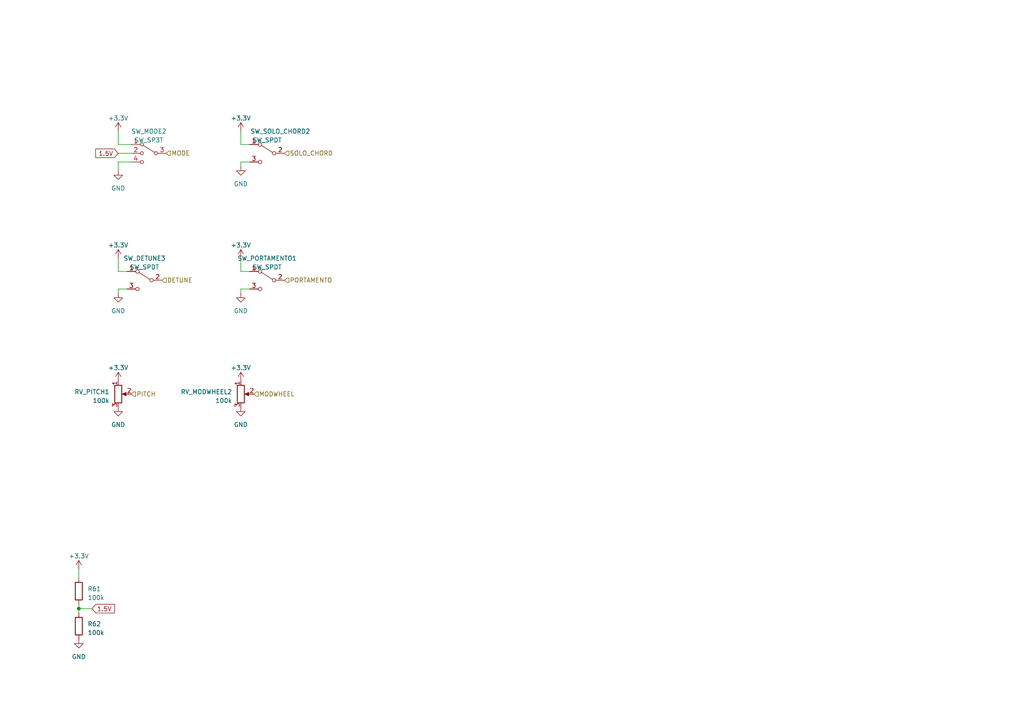
<source format=kicad_sch>
(kicad_sch (version 20230121) (generator eeschema)
  (paper "A4")
  (lib_symbols
    (symbol "Device:R" (pin_numbers hide) (pin_names (offset 0))
      (property "Reference" "R" (at 2.032 0 90))
      (property "Value" "R" (at 0 0 90))
      (symbol "R_0_1"
        (rectangle (start -1.016 -2.54) (end 1.016 2.54) (stroke (width 0.254)))
      )
      (symbol "R_1_1"
        (pin passive line (at 0 3.81 270) (length 1.27) (name "~") (number "1"))
        (pin passive line (at 0 -3.81 90) (length 1.27) (name "~") (number "2"))
      )
    )
    (symbol "Device:R_Potentiometer" (pin_names (offset 1.016) hide)
      (property "Reference" "RV" (at -4.445 0 90))
      (property "Value" "R_Potentiometer" (at -2.54 0 90))
      (symbol "R_Potentiometer_0_1"
        (polyline (pts (xy 2.54 0) (xy 1.524 0)))
        (polyline (pts (xy 1.143 0) (xy 2.286 0.508) (xy 2.286 -0.508) (xy 1.143 0)) (fill (type outline)))
        (rectangle (start 1.016 2.54) (end -1.016 -2.54) (stroke (width 0.254)))
      )
      (symbol "R_Potentiometer_1_1"
        (pin passive line (at 0 3.81 270) (length 1.27) (name "1") (number "1"))
        (pin passive line (at 3.81 0 180) (length 1.27) (name "2") (number "2"))
        (pin passive line (at 0 -3.81 90) (length 1.27) (name "3") (number "3"))
      )
    )
    (symbol "Switch:SW_SP3T" (pin_names (offset 0) hide)
      (property "Reference" "SW" (at 0 5.08 0))
      (property "Value" "SW_SP3T" (at 0 -5.08 0))
      (symbol "SW_SP3T_0_1"
        (circle (center -2.032 0) (radius 0.4572))
        (polyline (pts (xy -1.651 0.254) (xy 1.651 2.286)))
        (circle (center 2.032 -2.54) (radius 0.4572))
        (circle (center 2.032 0) (radius 0.4572))
        (circle (center 2.032 2.54) (radius 0.4572))
      )
      (symbol "SW_SP3T_1_1"
        (pin passive line (at 5.08 2.54 180) (length 2.54) (name "1") (number "1"))
        (pin passive line (at 5.08 0 180) (length 2.54) (name "2") (number "2"))
        (pin passive line (at -5.08 0 0) (length 2.54) (name "3") (number "3"))
        (pin passive line (at 5.08 -2.54 180) (length 2.54) (name "4") (number "4"))
      )
    )
    (symbol "Switch:SW_SPDT" (pin_names (offset 0) hide)
      (property "Reference" "SW" (at 0 4.318 0))
      (property "Value" "SW_SPDT" (at 0 -5.08 0))
      (symbol "SW_SPDT_0_0"
        (circle (center -2.032 0) (radius 0.508))
        (circle (center 2.032 -2.54) (radius 0.508))
      )
      (symbol "SW_SPDT_0_1"
        (polyline (pts (xy -1.524 0.254) (xy 1.651 2.286)))
        (circle (center 2.032 2.54) (radius 0.508))
      )
      (symbol "SW_SPDT_1_1"
        (pin passive line (at 5.08 2.54 180) (length 2.54) (name "A") (number "1"))
        (pin passive line (at -5.08 0 0) (length 2.54) (name "B") (number "2"))
        (pin passive line (at 5.08 -2.54 180) (length 2.54) (name "C") (number "3"))
      )
    )
    (symbol "power:+3.3V" (power) (pin_names (offset 0))
      (property "Value" "+3.3V" (at 0 3.556 0))
      (symbol "+3.3V_0_1"
        (polyline (pts (xy -0.762 1.27) (xy 0 2.54)))
        (polyline (pts (xy 0 0) (xy 0 2.54)))
        (polyline (pts (xy 0 2.54) (xy 0.762 1.27)))
      )
      (symbol "+3.3V_1_1"
        (pin power_in line (at 0 0 90) (length 0) hide (name "+3.3V") (number "1"))
      )
    )
    (symbol "power:GND" (power) (pin_names (offset 0))
      (property "Value" "GND" (at 0 -3.81 0))
      (symbol "GND_0_1"
        (polyline (pts (xy 0 0) (xy 0 -1.27) (xy 1.27 -1.27) (xy 0 -2.54) (xy -1.27 -1.27) (xy 0 -1.27)))
      )
      (symbol "GND_1_1"
        (pin power_in line (at 0 0 270) (length 0) hide (name "GND") (number "1"))
      )
    )
  )
  (junction (at 22.86 176.53))
  (wire (pts (xy 34.29 44.45) (xy 38.1 44.45)))
  (wire (pts (xy 69.85 46.99) (xy 69.85 48.26)))
  (wire (pts (xy 69.85 78.74) (xy 72.39 78.74)))
  (wire (pts (xy 22.86 176.53) (xy 26.67 176.53)))
  (wire (pts (xy 34.29 46.99) (xy 38.1 46.99)))
  (wire (pts (xy 22.86 176.53) (xy 22.86 177.8)))
  (wire (pts (xy 34.29 74.93) (xy 34.29 78.74)))
  (wire (pts (xy 69.85 41.91) (xy 72.39 41.91)))
  (wire (pts (xy 69.85 38.1) (xy 69.85 41.91)))
  (wire (pts (xy 34.29 78.74) (xy 36.83 78.74)))
  (wire (pts (xy 72.39 46.99) (xy 69.85 46.99)))
  (wire (pts (xy 34.29 41.91) (xy 38.1 41.91)))
  (wire (pts (xy 22.86 165.1) (xy 22.86 167.64)))
  (wire (pts (xy 72.39 83.82) (xy 69.85 83.82)))
  (wire (pts (xy 36.83 83.82) (xy 34.29 83.82)))
  (wire (pts (xy 34.29 38.1) (xy 34.29 41.91)))
  (wire (pts (xy 34.29 49.53) (xy 34.29 46.99)))
  (wire (pts (xy 69.85 74.93) (xy 69.85 78.74)))
  (wire (pts (xy 69.85 83.82) (xy 69.85 85.09)))
  (wire (pts (xy 22.86 175.26) (xy 22.86 176.53)))
  (wire (pts (xy 34.29 83.82) (xy 34.29 85.09)))
  (global_label "1.5V" (shape input) (at 26.67 176.53 0) (property "Intersheetrefs" "${INTERSHEET_REFS}" (effects hide)))
  (global_label "1.5V" (shape input) (at 34.29 44.45 180) (property "Intersheetrefs" "${INTERSHEET_REFS}" (effects hide)))
  (hierarchical_label "PORTAMENTO" (shape input) (at 82.55 81.28 0))
  (hierarchical_label "SOLO_CHORD" (shape input) (at 82.55 44.45 0))
  (hierarchical_label "MODE" (shape input) (at 48.26 44.45 0))
  (hierarchical_label "MODWHEEL" (shape input) (at 73.66 114.3 0))
  (hierarchical_label "PITCH" (shape input) (at 38.1 114.3 0))
  (hierarchical_label "DETUNE" (shape input) (at 46.99 81.28 0))
  (symbol (lib_id "power:GND") (at 69.85 48.26 0) (unit 1)
    (property "Reference" "#PWR075" (effects hide))
    (property "Value" "GND" (at 69.85 53.34 0))
  )
  (symbol (lib_id "Device:R") (at 22.86 181.61 0) (unit 1)
    (property "Reference" "R62" (at 25.4 180.975 0) (effects (justify left)))
    (property "Value" "100k" (at 25.4 183.515 0) (effects (justify left)))
  )
  (symbol (lib_id "Device:R_Potentiometer") (at 69.85 114.3 0) (unit 1)
    (property "Reference" "RV_MODWHEEL2" (at 67.31 113.665 0) (effects (justify right)))
    (property "Value" "100k" (at 67.31 116.205 0) (effects (justify right)))
  )
  (symbol (lib_id "power:+3.3V") (at 22.86 165.1 0) (unit 1)
    (property "Reference" "#PWR063" (effects hide))
    (property "Value" "+3.3V" (at 22.86 161.29 0))
  )
  (symbol (lib_id "Switch:SW_SPDT") (at 77.47 81.28 0) (mirror y) (unit 1)
    (property "Reference" "SW_PORTAMENTO1" (at 77.47 74.93 0))
    (property "Value" "SW_SPDT" (at 77.47 77.47 0))
  )
  (symbol (lib_id "power:GND") (at 34.29 118.11 0) (unit 1)
    (property "Reference" "#PWR0111" (effects hide))
    (property "Value" "GND" (at 34.29 123.19 0))
  )
  (symbol (lib_id "power:GND") (at 69.85 85.09 0) (unit 1)
    (property "Reference" "#PWR0109" (effects hide))
    (property "Value" "GND" (at 69.85 90.17 0))
  )
  (symbol (lib_id "Switch:SW_SP3T") (at 43.18 44.45 0) (mirror y) (unit 1)
    (property "Reference" "SW_MODE2" (at 43.18 38.1 0))
    (property "Value" "SW_SP3T" (at 43.18 40.64 0))
  )
  (symbol (lib_id "Switch:SW_SPDT") (at 41.91 81.28 0) (mirror y) (unit 1)
    (property "Reference" "SW_DETUNE3" (at 41.91 74.93 0))
    (property "Value" "SW_SPDT" (at 41.91 77.47 0))
  )
  (symbol (lib_id "power:GND") (at 69.85 118.11 0) (unit 1)
    (property "Reference" "#PWR0113" (effects hide))
    (property "Value" "GND" (at 69.85 123.19 0))
  )
  (symbol (lib_id "power:+3.3V") (at 34.29 110.49 0) (unit 1)
    (property "Reference" "#PWR0110" (effects hide))
    (property "Value" "+3.3V" (at 34.29 106.68 0))
  )
  (symbol (lib_id "Switch:SW_SPDT") (at 77.47 44.45 0) (mirror y) (unit 1)
    (property "Reference" "SW_SOLO_CHORD2" (at 81.28 38.1 0))
    (property "Value" "SW_SPDT" (at 77.47 40.64 0))
  )
  (symbol (lib_id "Device:R") (at 22.86 171.45 0) (unit 1)
    (property "Reference" "R61" (at 25.4 170.815 0) (effects (justify left)))
    (property "Value" "100k" (at 25.4 173.355 0) (effects (justify left)))
  )
  (symbol (lib_id "power:GND") (at 34.29 49.53 0) (unit 1)
    (property "Reference" "#PWR076" (effects hide))
    (property "Value" "GND" (at 34.29 54.61 0))
  )
  (symbol (lib_id "power:+3.3V") (at 34.29 74.93 0) (unit 1)
    (property "Reference" "#PWR0106" (effects hide))
    (property "Value" "+3.3V" (at 34.29 71.12 0))
  )
  (symbol (lib_id "power:+3.3V") (at 69.85 74.93 0) (unit 1)
    (property "Reference" "#PWR0108" (effects hide))
    (property "Value" "+3.3V" (at 69.85 71.12 0))
  )
  (symbol (lib_id "power:+3.3V") (at 69.85 110.49 0) (unit 1)
    (property "Reference" "#PWR0112" (effects hide))
    (property "Value" "+3.3V" (at 69.85 106.68 0))
  )
  (symbol (lib_id "power:GND") (at 22.86 185.42 0) (unit 1)
    (property "Reference" "#PWR026" (effects hide))
    (property "Value" "GND" (at 22.86 190.5 0))
  )
  (symbol (lib_id "power:GND") (at 34.29 85.09 0) (unit 1)
    (property "Reference" "#PWR0107" (effects hide))
    (property "Value" "GND" (at 34.29 90.17 0))
  )
  (symbol (lib_id "power:+3.3V") (at 34.29 38.1 0) (unit 1)
    (property "Reference" "#PWR064" (effects hide))
    (property "Value" "+3.3V" (at 34.29 34.29 0))
  )
  (symbol (lib_id "power:+3.3V") (at 69.85 38.1 0) (unit 1)
    (property "Reference" "#PWR074" (effects hide))
    (property "Value" "+3.3V" (at 69.85 34.29 0))
  )
  (symbol (lib_id "Device:R_Potentiometer") (at 34.29 114.3 0) (unit 1)
    (property "Reference" "RV_PITCH1" (at 31.75 113.665 0) (effects (justify right)))
    (property "Value" "100k" (at 31.75 116.205 0) (effects (justify right)))
  )
)
</source>
